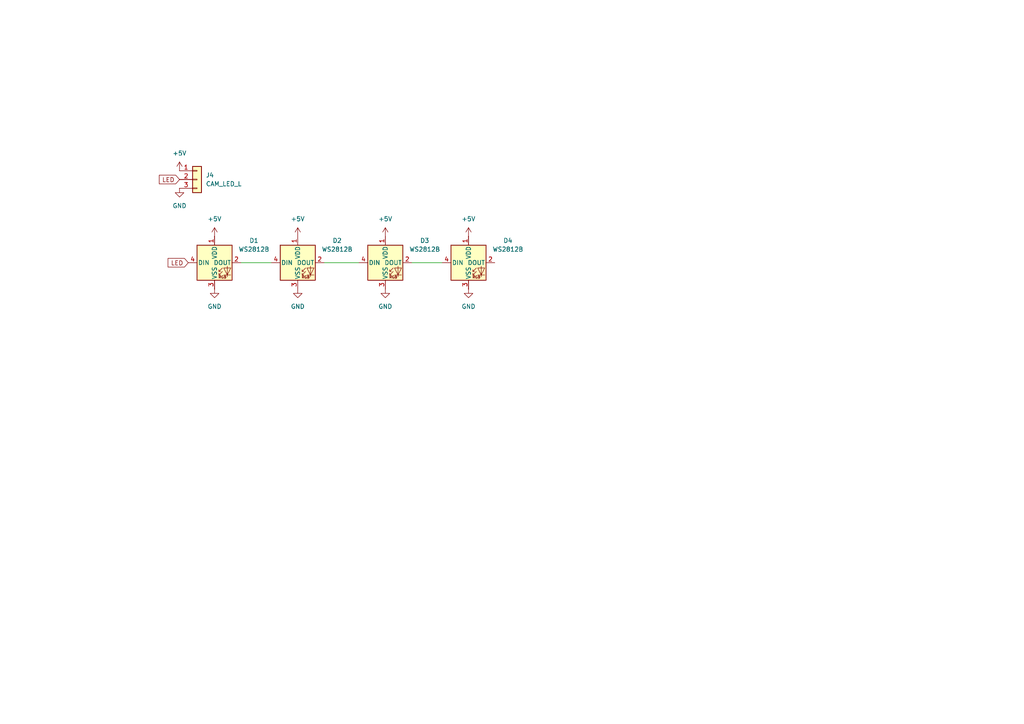
<source format=kicad_sch>
(kicad_sch
	(version 20250114)
	(generator "eeschema")
	(generator_version "9.0")
	(uuid "423c8c35-69be-4f27-84cf-6a6b58f865ea")
	(paper "A4")
	(lib_symbols
		(symbol "Connector_Generic:Conn_01x03"
			(pin_names
				(offset 1.016)
				(hide yes)
			)
			(exclude_from_sim no)
			(in_bom yes)
			(on_board yes)
			(property "Reference" "J"
				(at 0 5.08 0)
				(effects
					(font
						(size 1.27 1.27)
					)
				)
			)
			(property "Value" "Conn_01x03"
				(at 0 -5.08 0)
				(effects
					(font
						(size 1.27 1.27)
					)
				)
			)
			(property "Footprint" ""
				(at 0 0 0)
				(effects
					(font
						(size 1.27 1.27)
					)
					(hide yes)
				)
			)
			(property "Datasheet" "~"
				(at 0 0 0)
				(effects
					(font
						(size 1.27 1.27)
					)
					(hide yes)
				)
			)
			(property "Description" "Generic connector, single row, 01x03, script generated (kicad-library-utils/schlib/autogen/connector/)"
				(at 0 0 0)
				(effects
					(font
						(size 1.27 1.27)
					)
					(hide yes)
				)
			)
			(property "ki_keywords" "connector"
				(at 0 0 0)
				(effects
					(font
						(size 1.27 1.27)
					)
					(hide yes)
				)
			)
			(property "ki_fp_filters" "Connector*:*_1x??_*"
				(at 0 0 0)
				(effects
					(font
						(size 1.27 1.27)
					)
					(hide yes)
				)
			)
			(symbol "Conn_01x03_1_1"
				(rectangle
					(start -1.27 3.81)
					(end 1.27 -3.81)
					(stroke
						(width 0.254)
						(type default)
					)
					(fill
						(type background)
					)
				)
				(rectangle
					(start -1.27 2.667)
					(end 0 2.413)
					(stroke
						(width 0.1524)
						(type default)
					)
					(fill
						(type none)
					)
				)
				(rectangle
					(start -1.27 0.127)
					(end 0 -0.127)
					(stroke
						(width 0.1524)
						(type default)
					)
					(fill
						(type none)
					)
				)
				(rectangle
					(start -1.27 -2.413)
					(end 0 -2.667)
					(stroke
						(width 0.1524)
						(type default)
					)
					(fill
						(type none)
					)
				)
				(pin passive line
					(at -5.08 2.54 0)
					(length 3.81)
					(name "Pin_1"
						(effects
							(font
								(size 1.27 1.27)
							)
						)
					)
					(number "1"
						(effects
							(font
								(size 1.27 1.27)
							)
						)
					)
				)
				(pin passive line
					(at -5.08 0 0)
					(length 3.81)
					(name "Pin_2"
						(effects
							(font
								(size 1.27 1.27)
							)
						)
					)
					(number "2"
						(effects
							(font
								(size 1.27 1.27)
							)
						)
					)
				)
				(pin passive line
					(at -5.08 -2.54 0)
					(length 3.81)
					(name "Pin_3"
						(effects
							(font
								(size 1.27 1.27)
							)
						)
					)
					(number "3"
						(effects
							(font
								(size 1.27 1.27)
							)
						)
					)
				)
			)
			(embedded_fonts no)
		)
		(symbol "LED:WS2812B"
			(pin_names
				(offset 0.254)
			)
			(exclude_from_sim no)
			(in_bom yes)
			(on_board yes)
			(property "Reference" "D"
				(at 5.08 5.715 0)
				(effects
					(font
						(size 1.27 1.27)
					)
					(justify right bottom)
				)
			)
			(property "Value" "WS2812B"
				(at 1.27 -5.715 0)
				(effects
					(font
						(size 1.27 1.27)
					)
					(justify left top)
				)
			)
			(property "Footprint" "LED_SMD:LED_WS2812B_PLCC4_5.0x5.0mm_P3.2mm"
				(at 1.27 -7.62 0)
				(effects
					(font
						(size 1.27 1.27)
					)
					(justify left top)
					(hide yes)
				)
			)
			(property "Datasheet" "https://cdn-shop.adafruit.com/datasheets/WS2812B.pdf"
				(at 2.54 -9.525 0)
				(effects
					(font
						(size 1.27 1.27)
					)
					(justify left top)
					(hide yes)
				)
			)
			(property "Description" "RGB LED with integrated controller"
				(at 0 0 0)
				(effects
					(font
						(size 1.27 1.27)
					)
					(hide yes)
				)
			)
			(property "ki_keywords" "RGB LED NeoPixel addressable"
				(at 0 0 0)
				(effects
					(font
						(size 1.27 1.27)
					)
					(hide yes)
				)
			)
			(property "ki_fp_filters" "LED*WS2812*PLCC*5.0x5.0mm*P3.2mm*"
				(at 0 0 0)
				(effects
					(font
						(size 1.27 1.27)
					)
					(hide yes)
				)
			)
			(symbol "WS2812B_0_0"
				(text "RGB"
					(at 2.286 -4.191 0)
					(effects
						(font
							(size 0.762 0.762)
						)
					)
				)
			)
			(symbol "WS2812B_0_1"
				(polyline
					(pts
						(xy 1.27 -2.54) (xy 1.778 -2.54)
					)
					(stroke
						(width 0)
						(type default)
					)
					(fill
						(type none)
					)
				)
				(polyline
					(pts
						(xy 1.27 -3.556) (xy 1.778 -3.556)
					)
					(stroke
						(width 0)
						(type default)
					)
					(fill
						(type none)
					)
				)
				(polyline
					(pts
						(xy 2.286 -1.524) (xy 1.27 -2.54) (xy 1.27 -2.032)
					)
					(stroke
						(width 0)
						(type default)
					)
					(fill
						(type none)
					)
				)
				(polyline
					(pts
						(xy 2.286 -2.54) (xy 1.27 -3.556) (xy 1.27 -3.048)
					)
					(stroke
						(width 0)
						(type default)
					)
					(fill
						(type none)
					)
				)
				(polyline
					(pts
						(xy 3.683 -1.016) (xy 3.683 -3.556) (xy 3.683 -4.064)
					)
					(stroke
						(width 0)
						(type default)
					)
					(fill
						(type none)
					)
				)
				(polyline
					(pts
						(xy 4.699 -1.524) (xy 2.667 -1.524) (xy 3.683 -3.556) (xy 4.699 -1.524)
					)
					(stroke
						(width 0)
						(type default)
					)
					(fill
						(type none)
					)
				)
				(polyline
					(pts
						(xy 4.699 -3.556) (xy 2.667 -3.556)
					)
					(stroke
						(width 0)
						(type default)
					)
					(fill
						(type none)
					)
				)
				(rectangle
					(start 5.08 5.08)
					(end -5.08 -5.08)
					(stroke
						(width 0.254)
						(type default)
					)
					(fill
						(type background)
					)
				)
			)
			(symbol "WS2812B_1_1"
				(pin input line
					(at -7.62 0 0)
					(length 2.54)
					(name "DIN"
						(effects
							(font
								(size 1.27 1.27)
							)
						)
					)
					(number "4"
						(effects
							(font
								(size 1.27 1.27)
							)
						)
					)
				)
				(pin power_in line
					(at 0 7.62 270)
					(length 2.54)
					(name "VDD"
						(effects
							(font
								(size 1.27 1.27)
							)
						)
					)
					(number "1"
						(effects
							(font
								(size 1.27 1.27)
							)
						)
					)
				)
				(pin power_in line
					(at 0 -7.62 90)
					(length 2.54)
					(name "VSS"
						(effects
							(font
								(size 1.27 1.27)
							)
						)
					)
					(number "3"
						(effects
							(font
								(size 1.27 1.27)
							)
						)
					)
				)
				(pin output line
					(at 7.62 0 180)
					(length 2.54)
					(name "DOUT"
						(effects
							(font
								(size 1.27 1.27)
							)
						)
					)
					(number "2"
						(effects
							(font
								(size 1.27 1.27)
							)
						)
					)
				)
			)
			(embedded_fonts no)
		)
		(symbol "power:+5V"
			(power)
			(pin_numbers
				(hide yes)
			)
			(pin_names
				(offset 0)
				(hide yes)
			)
			(exclude_from_sim no)
			(in_bom yes)
			(on_board yes)
			(property "Reference" "#PWR"
				(at 0 -3.81 0)
				(effects
					(font
						(size 1.27 1.27)
					)
					(hide yes)
				)
			)
			(property "Value" "+5V"
				(at 0 3.556 0)
				(effects
					(font
						(size 1.27 1.27)
					)
				)
			)
			(property "Footprint" ""
				(at 0 0 0)
				(effects
					(font
						(size 1.27 1.27)
					)
					(hide yes)
				)
			)
			(property "Datasheet" ""
				(at 0 0 0)
				(effects
					(font
						(size 1.27 1.27)
					)
					(hide yes)
				)
			)
			(property "Description" "Power symbol creates a global label with name \"+5V\""
				(at 0 0 0)
				(effects
					(font
						(size 1.27 1.27)
					)
					(hide yes)
				)
			)
			(property "ki_keywords" "global power"
				(at 0 0 0)
				(effects
					(font
						(size 1.27 1.27)
					)
					(hide yes)
				)
			)
			(symbol "+5V_0_1"
				(polyline
					(pts
						(xy -0.762 1.27) (xy 0 2.54)
					)
					(stroke
						(width 0)
						(type default)
					)
					(fill
						(type none)
					)
				)
				(polyline
					(pts
						(xy 0 2.54) (xy 0.762 1.27)
					)
					(stroke
						(width 0)
						(type default)
					)
					(fill
						(type none)
					)
				)
				(polyline
					(pts
						(xy 0 0) (xy 0 2.54)
					)
					(stroke
						(width 0)
						(type default)
					)
					(fill
						(type none)
					)
				)
			)
			(symbol "+5V_1_1"
				(pin power_in line
					(at 0 0 90)
					(length 0)
					(name "~"
						(effects
							(font
								(size 1.27 1.27)
							)
						)
					)
					(number "1"
						(effects
							(font
								(size 1.27 1.27)
							)
						)
					)
				)
			)
			(embedded_fonts no)
		)
		(symbol "power:GND"
			(power)
			(pin_numbers
				(hide yes)
			)
			(pin_names
				(offset 0)
				(hide yes)
			)
			(exclude_from_sim no)
			(in_bom yes)
			(on_board yes)
			(property "Reference" "#PWR"
				(at 0 -6.35 0)
				(effects
					(font
						(size 1.27 1.27)
					)
					(hide yes)
				)
			)
			(property "Value" "GND"
				(at 0 -3.81 0)
				(effects
					(font
						(size 1.27 1.27)
					)
				)
			)
			(property "Footprint" ""
				(at 0 0 0)
				(effects
					(font
						(size 1.27 1.27)
					)
					(hide yes)
				)
			)
			(property "Datasheet" ""
				(at 0 0 0)
				(effects
					(font
						(size 1.27 1.27)
					)
					(hide yes)
				)
			)
			(property "Description" "Power symbol creates a global label with name \"GND\" , ground"
				(at 0 0 0)
				(effects
					(font
						(size 1.27 1.27)
					)
					(hide yes)
				)
			)
			(property "ki_keywords" "global power"
				(at 0 0 0)
				(effects
					(font
						(size 1.27 1.27)
					)
					(hide yes)
				)
			)
			(symbol "GND_0_1"
				(polyline
					(pts
						(xy 0 0) (xy 0 -1.27) (xy 1.27 -1.27) (xy 0 -2.54) (xy -1.27 -1.27) (xy 0 -1.27)
					)
					(stroke
						(width 0)
						(type default)
					)
					(fill
						(type none)
					)
				)
			)
			(symbol "GND_1_1"
				(pin power_in line
					(at 0 0 270)
					(length 0)
					(name "~"
						(effects
							(font
								(size 1.27 1.27)
							)
						)
					)
					(number "1"
						(effects
							(font
								(size 1.27 1.27)
							)
						)
					)
				)
			)
			(embedded_fonts no)
		)
	)
	(wire
		(pts
			(xy 104.14 76.2) (xy 93.98 76.2)
		)
		(stroke
			(width 0)
			(type default)
		)
		(uuid "2db91169-086b-4afa-83df-92556258c9da")
	)
	(wire
		(pts
			(xy 78.74 76.2) (xy 69.85 76.2)
		)
		(stroke
			(width 0)
			(type default)
		)
		(uuid "a44606da-06d3-4262-b7d6-830dea69d979")
	)
	(wire
		(pts
			(xy 128.27 76.2) (xy 119.38 76.2)
		)
		(stroke
			(width 0)
			(type default)
		)
		(uuid "f2d4fe03-c698-451e-b70a-3952a0322c39")
	)
	(global_label "LED"
		(shape input)
		(at 52.07 52.07 180)
		(fields_autoplaced yes)
		(effects
			(font
				(size 1.27 1.27)
			)
			(justify right)
		)
		(uuid "a2887891-ee97-4772-ba93-d3d758d65b3f")
		(property "Intersheetrefs" "${INTERSHEET_REFS}"
			(at 45.6377 52.07 0)
			(effects
				(font
					(size 1.27 1.27)
				)
				(justify right)
				(hide yes)
			)
		)
	)
	(global_label "LED"
		(shape input)
		(at 54.61 76.2 180)
		(fields_autoplaced yes)
		(effects
			(font
				(size 1.27 1.27)
			)
			(justify right)
		)
		(uuid "e6cc4428-2bee-4a9b-a3d7-218aabf36e52")
		(property "Intersheetrefs" "${INTERSHEET_REFS}"
			(at 48.1777 76.2 0)
			(effects
				(font
					(size 1.27 1.27)
				)
				(justify right)
				(hide yes)
			)
		)
	)
	(symbol
		(lib_id "power:+5V")
		(at 86.36 68.58 0)
		(unit 1)
		(exclude_from_sim no)
		(in_bom yes)
		(on_board yes)
		(dnp no)
		(fields_autoplaced yes)
		(uuid "00be12e3-5c0e-411a-90b3-14d1572d5a78")
		(property "Reference" "#PWR06"
			(at 86.36 72.39 0)
			(effects
				(font
					(size 1.27 1.27)
				)
				(hide yes)
			)
		)
		(property "Value" "+5V"
			(at 86.36 63.5 0)
			(effects
				(font
					(size 1.27 1.27)
				)
			)
		)
		(property "Footprint" ""
			(at 86.36 68.58 0)
			(effects
				(font
					(size 1.27 1.27)
				)
				(hide yes)
			)
		)
		(property "Datasheet" ""
			(at 86.36 68.58 0)
			(effects
				(font
					(size 1.27 1.27)
				)
				(hide yes)
			)
		)
		(property "Description" "Power symbol creates a global label with name \"+5V\""
			(at 86.36 68.58 0)
			(effects
				(font
					(size 1.27 1.27)
				)
				(hide yes)
			)
		)
		(pin "1"
			(uuid "1b86d6ef-93ba-4a5f-9f50-8dd4a8804295")
		)
		(instances
			(project "03-CAM"
				(path "/423c8c35-69be-4f27-84cf-6a6b58f865ea"
					(reference "#PWR06")
					(unit 1)
				)
			)
		)
	)
	(symbol
		(lib_id "power:GND")
		(at 62.23 83.82 0)
		(unit 1)
		(exclude_from_sim no)
		(in_bom yes)
		(on_board yes)
		(dnp no)
		(fields_autoplaced yes)
		(uuid "0491e1d4-2f22-40ce-8239-514e97e818cf")
		(property "Reference" "#PWR01"
			(at 62.23 90.17 0)
			(effects
				(font
					(size 1.27 1.27)
				)
				(hide yes)
			)
		)
		(property "Value" "GND"
			(at 62.23 88.9 0)
			(effects
				(font
					(size 1.27 1.27)
				)
			)
		)
		(property "Footprint" ""
			(at 62.23 83.82 0)
			(effects
				(font
					(size 1.27 1.27)
				)
				(hide yes)
			)
		)
		(property "Datasheet" ""
			(at 62.23 83.82 0)
			(effects
				(font
					(size 1.27 1.27)
				)
				(hide yes)
			)
		)
		(property "Description" "Power symbol creates a global label with name \"GND\" , ground"
			(at 62.23 83.82 0)
			(effects
				(font
					(size 1.27 1.27)
				)
				(hide yes)
			)
		)
		(pin "1"
			(uuid "850890d9-e2b6-4bcf-81f4-c31358f26aba")
		)
		(instances
			(project "03-CAM"
				(path "/423c8c35-69be-4f27-84cf-6a6b58f865ea"
					(reference "#PWR01")
					(unit 1)
				)
			)
		)
	)
	(symbol
		(lib_id "power:+5V")
		(at 62.23 68.58 0)
		(unit 1)
		(exclude_from_sim no)
		(in_bom yes)
		(on_board yes)
		(dnp no)
		(fields_autoplaced yes)
		(uuid "4ddb5dcf-8baa-4f78-8215-c40ff21c44de")
		(property "Reference" "#PWR05"
			(at 62.23 72.39 0)
			(effects
				(font
					(size 1.27 1.27)
				)
				(hide yes)
			)
		)
		(property "Value" "+5V"
			(at 62.23 63.5 0)
			(effects
				(font
					(size 1.27 1.27)
				)
			)
		)
		(property "Footprint" ""
			(at 62.23 68.58 0)
			(effects
				(font
					(size 1.27 1.27)
				)
				(hide yes)
			)
		)
		(property "Datasheet" ""
			(at 62.23 68.58 0)
			(effects
				(font
					(size 1.27 1.27)
				)
				(hide yes)
			)
		)
		(property "Description" "Power symbol creates a global label with name \"+5V\""
			(at 62.23 68.58 0)
			(effects
				(font
					(size 1.27 1.27)
				)
				(hide yes)
			)
		)
		(pin "1"
			(uuid "2dde79b4-7302-4558-876b-7d91c98a9f60")
		)
		(instances
			(project "03-CAM"
				(path "/423c8c35-69be-4f27-84cf-6a6b58f865ea"
					(reference "#PWR05")
					(unit 1)
				)
			)
		)
	)
	(symbol
		(lib_id "LED:WS2812B")
		(at 62.23 76.2 0)
		(unit 1)
		(exclude_from_sim no)
		(in_bom yes)
		(on_board yes)
		(dnp no)
		(fields_autoplaced yes)
		(uuid "5f662c10-b8c2-46e3-bb49-c7a4966a7b8a")
		(property "Reference" "D1"
			(at 73.66 69.7798 0)
			(effects
				(font
					(size 1.27 1.27)
				)
			)
		)
		(property "Value" "WS2812B"
			(at 73.66 72.3198 0)
			(effects
				(font
					(size 1.27 1.27)
				)
			)
		)
		(property "Footprint" "LED_SMD:LED_WS2812B_PLCC4_5.0x5.0mm_P3.2mm"
			(at 63.5 83.82 0)
			(effects
				(font
					(size 1.27 1.27)
				)
				(justify left top)
				(hide yes)
			)
		)
		(property "Datasheet" "https://cdn-shop.adafruit.com/datasheets/WS2812B.pdf"
			(at 64.77 85.725 0)
			(effects
				(font
					(size 1.27 1.27)
				)
				(justify left top)
				(hide yes)
			)
		)
		(property "Description" "RGB LED with integrated controller"
			(at 62.23 76.2 0)
			(effects
				(font
					(size 1.27 1.27)
				)
				(hide yes)
			)
		)
		(pin "2"
			(uuid "1add099d-2862-45dd-be77-eaf5effe039b")
		)
		(pin "1"
			(uuid "dda55b50-4277-43ec-a091-3f1d2f990b97")
		)
		(pin "4"
			(uuid "e992a364-3801-446f-9cd9-e883f4d0ba5f")
		)
		(pin "3"
			(uuid "100ae866-f48b-470a-9acf-f0bc87d6c93b")
		)
		(instances
			(project ""
				(path "/423c8c35-69be-4f27-84cf-6a6b58f865ea"
					(reference "D1")
					(unit 1)
				)
			)
		)
	)
	(symbol
		(lib_id "power:+5V")
		(at 135.89 68.58 0)
		(unit 1)
		(exclude_from_sim no)
		(in_bom yes)
		(on_board yes)
		(dnp no)
		(fields_autoplaced yes)
		(uuid "61a2014e-b83f-4a56-89a2-f0d0797efa80")
		(property "Reference" "#PWR08"
			(at 135.89 72.39 0)
			(effects
				(font
					(size 1.27 1.27)
				)
				(hide yes)
			)
		)
		(property "Value" "+5V"
			(at 135.89 63.5 0)
			(effects
				(font
					(size 1.27 1.27)
				)
			)
		)
		(property "Footprint" ""
			(at 135.89 68.58 0)
			(effects
				(font
					(size 1.27 1.27)
				)
				(hide yes)
			)
		)
		(property "Datasheet" ""
			(at 135.89 68.58 0)
			(effects
				(font
					(size 1.27 1.27)
				)
				(hide yes)
			)
		)
		(property "Description" "Power symbol creates a global label with name \"+5V\""
			(at 135.89 68.58 0)
			(effects
				(font
					(size 1.27 1.27)
				)
				(hide yes)
			)
		)
		(pin "1"
			(uuid "4bec515d-1179-447c-a674-02497d39d7c3")
		)
		(instances
			(project "03-CAM"
				(path "/423c8c35-69be-4f27-84cf-6a6b58f865ea"
					(reference "#PWR08")
					(unit 1)
				)
			)
		)
	)
	(symbol
		(lib_id "power:GND")
		(at 135.89 83.82 0)
		(unit 1)
		(exclude_from_sim no)
		(in_bom yes)
		(on_board yes)
		(dnp no)
		(fields_autoplaced yes)
		(uuid "a2ccd7b5-0714-49de-b782-886834af3a72")
		(property "Reference" "#PWR04"
			(at 135.89 90.17 0)
			(effects
				(font
					(size 1.27 1.27)
				)
				(hide yes)
			)
		)
		(property "Value" "GND"
			(at 135.89 88.9 0)
			(effects
				(font
					(size 1.27 1.27)
				)
			)
		)
		(property "Footprint" ""
			(at 135.89 83.82 0)
			(effects
				(font
					(size 1.27 1.27)
				)
				(hide yes)
			)
		)
		(property "Datasheet" ""
			(at 135.89 83.82 0)
			(effects
				(font
					(size 1.27 1.27)
				)
				(hide yes)
			)
		)
		(property "Description" "Power symbol creates a global label with name \"GND\" , ground"
			(at 135.89 83.82 0)
			(effects
				(font
					(size 1.27 1.27)
				)
				(hide yes)
			)
		)
		(pin "1"
			(uuid "40eed190-ed9a-44ee-bde1-e8151886ef5b")
		)
		(instances
			(project "03-CAM"
				(path "/423c8c35-69be-4f27-84cf-6a6b58f865ea"
					(reference "#PWR04")
					(unit 1)
				)
			)
		)
	)
	(symbol
		(lib_id "LED:WS2812B")
		(at 86.36 76.2 0)
		(unit 1)
		(exclude_from_sim no)
		(in_bom yes)
		(on_board yes)
		(dnp no)
		(fields_autoplaced yes)
		(uuid "aeeedfdf-580d-4a38-b75f-19482dce2fd3")
		(property "Reference" "D2"
			(at 97.79 69.7798 0)
			(effects
				(font
					(size 1.27 1.27)
				)
			)
		)
		(property "Value" "WS2812B"
			(at 97.79 72.3198 0)
			(effects
				(font
					(size 1.27 1.27)
				)
			)
		)
		(property "Footprint" "LED_SMD:LED_WS2812B_PLCC4_5.0x5.0mm_P3.2mm"
			(at 87.63 83.82 0)
			(effects
				(font
					(size 1.27 1.27)
				)
				(justify left top)
				(hide yes)
			)
		)
		(property "Datasheet" "https://cdn-shop.adafruit.com/datasheets/WS2812B.pdf"
			(at 88.9 85.725 0)
			(effects
				(font
					(size 1.27 1.27)
				)
				(justify left top)
				(hide yes)
			)
		)
		(property "Description" "RGB LED with integrated controller"
			(at 86.36 76.2 0)
			(effects
				(font
					(size 1.27 1.27)
				)
				(hide yes)
			)
		)
		(pin "2"
			(uuid "a22cd5e7-8900-4cf0-849d-035c364c184d")
		)
		(pin "1"
			(uuid "33ca7566-a33f-406d-80ba-7730195054f2")
		)
		(pin "4"
			(uuid "74d72dbb-1e23-4da2-b632-6f2293e0b24e")
		)
		(pin "3"
			(uuid "01dd6383-44c2-4aa6-803b-15e6564eb1d8")
		)
		(instances
			(project "03-CAM"
				(path "/423c8c35-69be-4f27-84cf-6a6b58f865ea"
					(reference "D2")
					(unit 1)
				)
			)
		)
	)
	(symbol
		(lib_id "power:GND")
		(at 86.36 83.82 0)
		(unit 1)
		(exclude_from_sim no)
		(in_bom yes)
		(on_board yes)
		(dnp no)
		(fields_autoplaced yes)
		(uuid "af145138-2a2a-4411-ad19-268e70a157ac")
		(property "Reference" "#PWR02"
			(at 86.36 90.17 0)
			(effects
				(font
					(size 1.27 1.27)
				)
				(hide yes)
			)
		)
		(property "Value" "GND"
			(at 86.36 88.9 0)
			(effects
				(font
					(size 1.27 1.27)
				)
			)
		)
		(property "Footprint" ""
			(at 86.36 83.82 0)
			(effects
				(font
					(size 1.27 1.27)
				)
				(hide yes)
			)
		)
		(property "Datasheet" ""
			(at 86.36 83.82 0)
			(effects
				(font
					(size 1.27 1.27)
				)
				(hide yes)
			)
		)
		(property "Description" "Power symbol creates a global label with name \"GND\" , ground"
			(at 86.36 83.82 0)
			(effects
				(font
					(size 1.27 1.27)
				)
				(hide yes)
			)
		)
		(pin "1"
			(uuid "f61f2120-587b-4540-8d85-c42a498501bc")
		)
		(instances
			(project "03-CAM"
				(path "/423c8c35-69be-4f27-84cf-6a6b58f865ea"
					(reference "#PWR02")
					(unit 1)
				)
			)
		)
	)
	(symbol
		(lib_id "power:+5V")
		(at 52.07 49.53 0)
		(unit 1)
		(exclude_from_sim no)
		(in_bom yes)
		(on_board yes)
		(dnp no)
		(fields_autoplaced yes)
		(uuid "bfc170bb-33d5-4720-92bb-4018c056f726")
		(property "Reference" "#PWR074"
			(at 52.07 53.34 0)
			(effects
				(font
					(size 1.27 1.27)
				)
				(hide yes)
			)
		)
		(property "Value" "+5V"
			(at 52.07 44.45 0)
			(effects
				(font
					(size 1.27 1.27)
				)
			)
		)
		(property "Footprint" ""
			(at 52.07 49.53 0)
			(effects
				(font
					(size 1.27 1.27)
				)
				(hide yes)
			)
		)
		(property "Datasheet" ""
			(at 52.07 49.53 0)
			(effects
				(font
					(size 1.27 1.27)
				)
				(hide yes)
			)
		)
		(property "Description" "Power symbol creates a global label with name \"+5V\""
			(at 52.07 49.53 0)
			(effects
				(font
					(size 1.27 1.27)
				)
				(hide yes)
			)
		)
		(pin "1"
			(uuid "4caf1c8b-2c96-4819-955e-cfdf2f833cce")
		)
		(instances
			(project "03-CAM"
				(path "/423c8c35-69be-4f27-84cf-6a6b58f865ea"
					(reference "#PWR074")
					(unit 1)
				)
			)
		)
	)
	(symbol
		(lib_id "LED:WS2812B")
		(at 111.76 76.2 0)
		(unit 1)
		(exclude_from_sim no)
		(in_bom yes)
		(on_board yes)
		(dnp no)
		(fields_autoplaced yes)
		(uuid "ccf14dbe-043e-45d3-8b12-a3ea613264d7")
		(property "Reference" "D3"
			(at 123.19 69.7798 0)
			(effects
				(font
					(size 1.27 1.27)
				)
			)
		)
		(property "Value" "WS2812B"
			(at 123.19 72.3198 0)
			(effects
				(font
					(size 1.27 1.27)
				)
			)
		)
		(property "Footprint" "LED_SMD:LED_WS2812B_PLCC4_5.0x5.0mm_P3.2mm"
			(at 113.03 83.82 0)
			(effects
				(font
					(size 1.27 1.27)
				)
				(justify left top)
				(hide yes)
			)
		)
		(property "Datasheet" "https://cdn-shop.adafruit.com/datasheets/WS2812B.pdf"
			(at 114.3 85.725 0)
			(effects
				(font
					(size 1.27 1.27)
				)
				(justify left top)
				(hide yes)
			)
		)
		(property "Description" "RGB LED with integrated controller"
			(at 111.76 76.2 0)
			(effects
				(font
					(size 1.27 1.27)
				)
				(hide yes)
			)
		)
		(pin "2"
			(uuid "3e10f1b5-697b-41ed-af90-05efb607fe70")
		)
		(pin "1"
			(uuid "8d2ca259-c2de-44b2-b5fb-36cfc6712885")
		)
		(pin "4"
			(uuid "4a29d43d-650a-4cc1-a4dd-20901aaeebda")
		)
		(pin "3"
			(uuid "1dfc6c8d-9447-431c-aeb9-42bb474dc642")
		)
		(instances
			(project "03-CAM"
				(path "/423c8c35-69be-4f27-84cf-6a6b58f865ea"
					(reference "D3")
					(unit 1)
				)
			)
		)
	)
	(symbol
		(lib_id "LED:WS2812B")
		(at 135.89 76.2 0)
		(unit 1)
		(exclude_from_sim no)
		(in_bom yes)
		(on_board yes)
		(dnp no)
		(fields_autoplaced yes)
		(uuid "cef1b5b4-df9e-4b7a-8776-e171058cbc23")
		(property "Reference" "D4"
			(at 147.32 69.7798 0)
			(effects
				(font
					(size 1.27 1.27)
				)
			)
		)
		(property "Value" "WS2812B"
			(at 147.32 72.3198 0)
			(effects
				(font
					(size 1.27 1.27)
				)
			)
		)
		(property "Footprint" "LED_SMD:LED_WS2812B_PLCC4_5.0x5.0mm_P3.2mm"
			(at 137.16 83.82 0)
			(effects
				(font
					(size 1.27 1.27)
				)
				(justify left top)
				(hide yes)
			)
		)
		(property "Datasheet" "https://cdn-shop.adafruit.com/datasheets/WS2812B.pdf"
			(at 138.43 85.725 0)
			(effects
				(font
					(size 1.27 1.27)
				)
				(justify left top)
				(hide yes)
			)
		)
		(property "Description" "RGB LED with integrated controller"
			(at 135.89 76.2 0)
			(effects
				(font
					(size 1.27 1.27)
				)
				(hide yes)
			)
		)
		(pin "2"
			(uuid "b28aca80-1742-4ab3-8a62-a07840f135c4")
		)
		(pin "1"
			(uuid "01150588-419b-41d9-8d0f-6ed5bf39bae6")
		)
		(pin "4"
			(uuid "8c20ac34-d19a-4fd1-84a7-133521130c23")
		)
		(pin "3"
			(uuid "a4e53af5-eb78-460f-9b79-590601bfe787")
		)
		(instances
			(project "03-CAM"
				(path "/423c8c35-69be-4f27-84cf-6a6b58f865ea"
					(reference "D4")
					(unit 1)
				)
			)
		)
	)
	(symbol
		(lib_id "power:GND")
		(at 52.07 54.61 0)
		(unit 1)
		(exclude_from_sim no)
		(in_bom yes)
		(on_board yes)
		(dnp no)
		(fields_autoplaced yes)
		(uuid "dbcac40b-3ae8-4fad-a9e4-86608b9f3632")
		(property "Reference" "#PWR075"
			(at 52.07 60.96 0)
			(effects
				(font
					(size 1.27 1.27)
				)
				(hide yes)
			)
		)
		(property "Value" "GND"
			(at 52.07 59.69 0)
			(effects
				(font
					(size 1.27 1.27)
				)
			)
		)
		(property "Footprint" ""
			(at 52.07 54.61 0)
			(effects
				(font
					(size 1.27 1.27)
				)
				(hide yes)
			)
		)
		(property "Datasheet" ""
			(at 52.07 54.61 0)
			(effects
				(font
					(size 1.27 1.27)
				)
				(hide yes)
			)
		)
		(property "Description" "Power symbol creates a global label with name \"GND\" , ground"
			(at 52.07 54.61 0)
			(effects
				(font
					(size 1.27 1.27)
				)
				(hide yes)
			)
		)
		(pin "1"
			(uuid "492ced0e-662f-4f38-9882-cbf3a12dc1bf")
		)
		(instances
			(project "03-CAM"
				(path "/423c8c35-69be-4f27-84cf-6a6b58f865ea"
					(reference "#PWR075")
					(unit 1)
				)
			)
		)
	)
	(symbol
		(lib_id "Connector_Generic:Conn_01x03")
		(at 57.15 52.07 0)
		(unit 1)
		(exclude_from_sim no)
		(in_bom yes)
		(on_board yes)
		(dnp no)
		(fields_autoplaced yes)
		(uuid "f57a2ae9-2442-4f61-88e9-a58b2582bbd4")
		(property "Reference" "J4"
			(at 59.69 50.7999 0)
			(effects
				(font
					(size 1.27 1.27)
				)
				(justify left)
			)
		)
		(property "Value" "CAM_LED_L"
			(at 59.69 53.3399 0)
			(effects
				(font
					(size 1.27 1.27)
				)
				(justify left)
			)
		)
		(property "Footprint" "Connector_JST:JST_PH_S3B-PH-K_1x03_P2.00mm_Horizontal"
			(at 57.15 52.07 0)
			(effects
				(font
					(size 1.27 1.27)
				)
				(hide yes)
			)
		)
		(property "Datasheet" "~"
			(at 57.15 52.07 0)
			(effects
				(font
					(size 1.27 1.27)
				)
				(hide yes)
			)
		)
		(property "Description" "Generic connector, single row, 01x03, script generated (kicad-library-utils/schlib/autogen/connector/)"
			(at 57.15 52.07 0)
			(effects
				(font
					(size 1.27 1.27)
				)
				(hide yes)
			)
		)
		(pin "1"
			(uuid "a9cc89ae-aea6-41a4-8bf6-4da802d69700")
		)
		(pin "2"
			(uuid "ace6fd04-5792-4e38-8146-0965dff77248")
		)
		(pin "3"
			(uuid "1533b0c5-0c9b-4125-8b6f-0249ea44e130")
		)
		(instances
			(project "03-CAM"
				(path "/423c8c35-69be-4f27-84cf-6a6b58f865ea"
					(reference "J4")
					(unit 1)
				)
			)
		)
	)
	(symbol
		(lib_id "power:+5V")
		(at 111.76 68.58 0)
		(unit 1)
		(exclude_from_sim no)
		(in_bom yes)
		(on_board yes)
		(dnp no)
		(fields_autoplaced yes)
		(uuid "f5858ed0-ffb0-4926-aa24-34c91523ba8c")
		(property "Reference" "#PWR07"
			(at 111.76 72.39 0)
			(effects
				(font
					(size 1.27 1.27)
				)
				(hide yes)
			)
		)
		(property "Value" "+5V"
			(at 111.76 63.5 0)
			(effects
				(font
					(size 1.27 1.27)
				)
			)
		)
		(property "Footprint" ""
			(at 111.76 68.58 0)
			(effects
				(font
					(size 1.27 1.27)
				)
				(hide yes)
			)
		)
		(property "Datasheet" ""
			(at 111.76 68.58 0)
			(effects
				(font
					(size 1.27 1.27)
				)
				(hide yes)
			)
		)
		(property "Description" "Power symbol creates a global label with name \"+5V\""
			(at 111.76 68.58 0)
			(effects
				(font
					(size 1.27 1.27)
				)
				(hide yes)
			)
		)
		(pin "1"
			(uuid "e9687381-fa88-400d-83b7-4e2065e70d53")
		)
		(instances
			(project "03-CAM"
				(path "/423c8c35-69be-4f27-84cf-6a6b58f865ea"
					(reference "#PWR07")
					(unit 1)
				)
			)
		)
	)
	(symbol
		(lib_id "power:GND")
		(at 111.76 83.82 0)
		(unit 1)
		(exclude_from_sim no)
		(in_bom yes)
		(on_board yes)
		(dnp no)
		(fields_autoplaced yes)
		(uuid "f97316a7-dce6-489a-a371-48f802f33ad7")
		(property "Reference" "#PWR03"
			(at 111.76 90.17 0)
			(effects
				(font
					(size 1.27 1.27)
				)
				(hide yes)
			)
		)
		(property "Value" "GND"
			(at 111.76 88.9 0)
			(effects
				(font
					(size 1.27 1.27)
				)
			)
		)
		(property "Footprint" ""
			(at 111.76 83.82 0)
			(effects
				(font
					(size 1.27 1.27)
				)
				(hide yes)
			)
		)
		(property "Datasheet" ""
			(at 111.76 83.82 0)
			(effects
				(font
					(size 1.27 1.27)
				)
				(hide yes)
			)
		)
		(property "Description" "Power symbol creates a global label with name \"GND\" , ground"
			(at 111.76 83.82 0)
			(effects
				(font
					(size 1.27 1.27)
				)
				(hide yes)
			)
		)
		(pin "1"
			(uuid "3ac07931-2932-4cce-8e4d-a032f66ffa78")
		)
		(instances
			(project "03-CAM"
				(path "/423c8c35-69be-4f27-84cf-6a6b58f865ea"
					(reference "#PWR03")
					(unit 1)
				)
			)
		)
	)
	(sheet_instances
		(path "/"
			(page "1")
		)
	)
	(embedded_fonts no)
)

</source>
